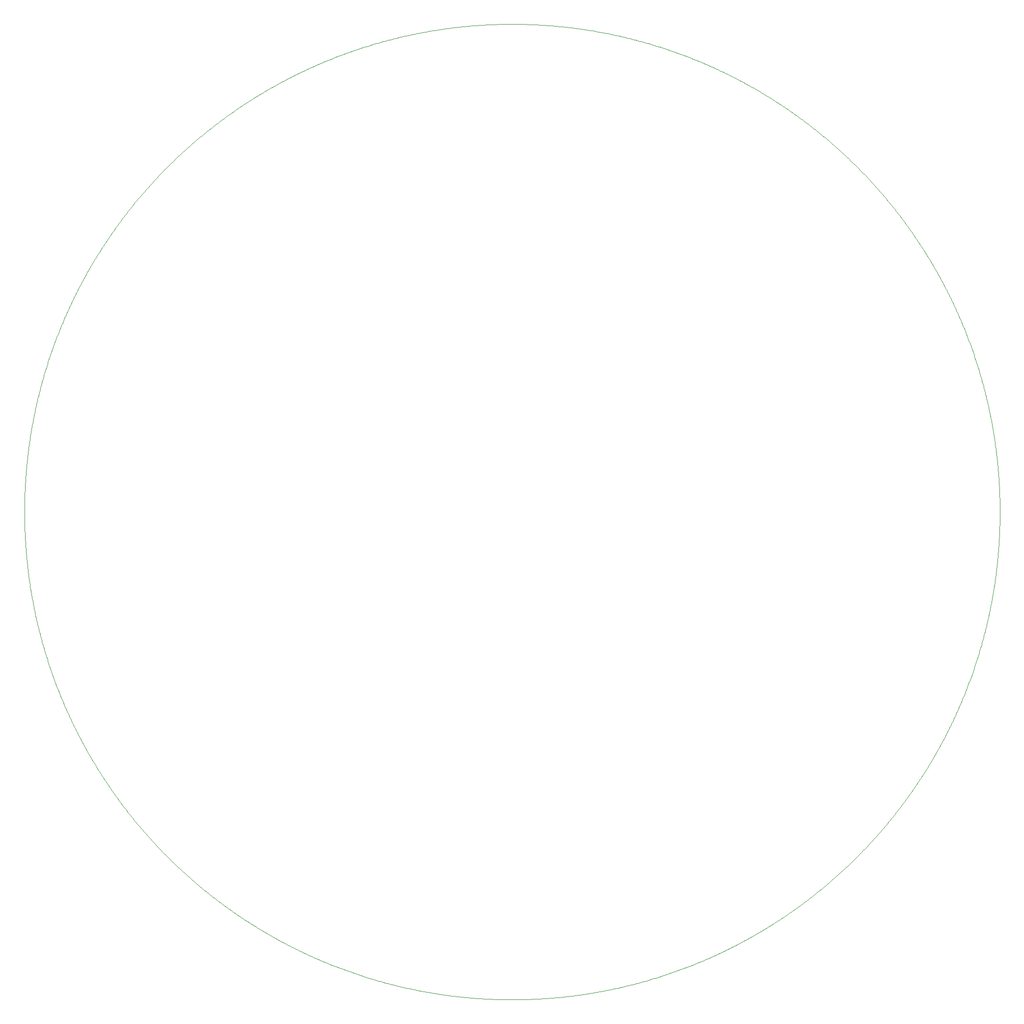
<source format=gm1>
G04*
G04 #@! TF.GenerationSoftware,Altium Limited,Altium Designer,22.9.1 (49)*
G04*
G04 Layer_Color=16711935*
%FSLAX25Y25*%
%MOIN*%
G70*
G04*
G04 #@! TF.SameCoordinates,8A5C06B3-4C5D-48ED-891A-8E98A4BE319D*
G04*
G04*
G04 #@! TF.FilePolarity,Positive*
G04*
G01*
G75*
%ADD55C,0.00050*%
D55*
X1459269Y879091D02*
X1459267Y880091D01*
X1459263Y881091D01*
X1459255Y882091D01*
X1459245Y883091D01*
X1459231Y884091D01*
X1459214Y885091D01*
X1459195Y886091D01*
X1459172Y887090D01*
X1459146Y888090D01*
X1459118Y889089D01*
X1459086Y890089D01*
X1459051Y891088D01*
X1459013Y892088D01*
X1458972Y893087D01*
X1458929Y894086D01*
X1458882Y895084D01*
X1458832Y896083D01*
X1458779Y897082D01*
X1458723Y898080D01*
X1458664Y899078D01*
X1458602Y900076D01*
X1458537Y901074D01*
X1458469Y902072D01*
X1458398Y903069D01*
X1458324Y904067D01*
X1458247Y905064D01*
X1458167Y906060D01*
X1458084Y907057D01*
X1457998Y908053D01*
X1457909Y909049D01*
X1457817Y910045D01*
X1457722Y911040D01*
X1457624Y912035D01*
X1457523Y913030D01*
X1457419Y914025D01*
X1457311Y915019D01*
X1457201Y916013D01*
X1457088Y917006D01*
X1456972Y917999D01*
X1456853Y918992D01*
X1456731Y919985D01*
X1456606Y920977D01*
X1456477Y921968D01*
X1456346Y922960D01*
X1456212Y923951D01*
X1456075Y924941D01*
X1455935Y925931D01*
X1455792Y926921D01*
X1455646Y927910D01*
X1455497Y928899D01*
X1455344Y929887D01*
X1455189Y930875D01*
X1455031Y931863D01*
X1454870Y932849D01*
X1454706Y933836D01*
X1454539Y934822D01*
X1454369Y935807D01*
X1454196Y936792D01*
X1454020Y937776D01*
X1453841Y938760D01*
X1453659Y939743D01*
X1453475Y940726D01*
X1453287Y941708D01*
X1453096Y942690D01*
X1452902Y943671D01*
X1452705Y944651D01*
X1452505Y945631D01*
X1452303Y946610D01*
X1452097Y947589D01*
X1451889Y948567D01*
X1451677Y949544D01*
X1451463Y950521D01*
X1451245Y951497D01*
X1451025Y952472D01*
X1450801Y953447D01*
X1450575Y954421D01*
X1450346Y955394D01*
X1450114Y956367D01*
X1449879Y957339D01*
X1449640Y958310D01*
X1449399Y959280D01*
X1449156Y960250D01*
X1448909Y961219D01*
X1448659Y962187D01*
X1448406Y963155D01*
X1448151Y964122D01*
X1447892Y965088D01*
X1447631Y966053D01*
X1447366Y967017D01*
X1447099Y967981D01*
X1446828Y968943D01*
X1446555Y969905D01*
X1446279Y970866D01*
X1446000Y971827D01*
X1445718Y972786D01*
X1445434Y973745D01*
X1445146Y974702D01*
X1444856Y975659D01*
X1444562Y976615D01*
X1444266Y977570D01*
X1443967Y978524D01*
X1443665Y979478D01*
X1443360Y980430D01*
X1443052Y981381D01*
X1442741Y982332D01*
X1442427Y983281D01*
X1442111Y984230D01*
X1441792Y985177D01*
X1441469Y986124D01*
X1441144Y987070D01*
X1440816Y988014D01*
X1440486Y988958D01*
X1440152Y989900D01*
X1439816Y990842D01*
X1439476Y991783D01*
X1439134Y992722D01*
X1438789Y993661D01*
X1438441Y994598D01*
X1438091Y995535D01*
X1437737Y996470D01*
X1437381Y997404D01*
X1437022Y998338D01*
X1436660Y999270D01*
X1436295Y1000201D01*
X1435927Y1001131D01*
X1435557Y1002060D01*
X1435184Y1002987D01*
X1434808Y1003914D01*
X1434429Y1004839D01*
X1434047Y1005764D01*
X1433663Y1006687D01*
X1433276Y1007609D01*
X1432886Y1008529D01*
X1432493Y1009449D01*
X1432097Y1010367D01*
X1431699Y1011285D01*
X1431298Y1012201D01*
X1430894Y1013115D01*
X1430487Y1014029D01*
X1430078Y1014941D01*
X1429666Y1015852D01*
X1429251Y1016762D01*
X1428833Y1017671D01*
X1428413Y1018578D01*
X1427990Y1019484D01*
X1427564Y1020389D01*
X1427135Y1021292D01*
X1426704Y1022194D01*
X1426270Y1023095D01*
X1425833Y1023995D01*
X1425394Y1024893D01*
X1424951Y1025790D01*
X1424507Y1026685D01*
X1424059Y1027579D01*
X1423609Y1028472D01*
X1423156Y1029364D01*
X1422700Y1030254D01*
X1422241Y1031142D01*
X1421780Y1032030D01*
X1421317Y1032915D01*
X1420850Y1033800D01*
X1420381Y1034683D01*
X1419909Y1035565D01*
X1419435Y1036445D01*
X1418958Y1037324D01*
X1418478Y1038201D01*
X1417995Y1039077D01*
X1417511Y1039951D01*
X1417023Y1040824D01*
X1416532Y1041696D01*
X1416039Y1042566D01*
X1415544Y1043434D01*
X1415046Y1044301D01*
X1414545Y1045167D01*
X1414041Y1046031D01*
X1413535Y1046893D01*
X1413027Y1047754D01*
X1412515Y1048613D01*
X1412001Y1049471D01*
X1411485Y1050327D01*
X1410966Y1051182D01*
X1410444Y1052035D01*
X1409920Y1052887D01*
X1409393Y1053737D01*
X1408864Y1054585D01*
X1408332Y1055432D01*
X1407798Y1056277D01*
X1407261Y1057120D01*
X1406721Y1057962D01*
X1406179Y1058803D01*
X1405634Y1059641D01*
X1405087Y1060478D01*
X1404537Y1061313D01*
X1403985Y1062147D01*
X1403430Y1062979D01*
X1402873Y1063809D01*
X1402313Y1064638D01*
X1401751Y1065465D01*
X1401186Y1066290D01*
X1400619Y1067113D01*
X1400049Y1067935D01*
X1399477Y1068755D01*
X1398902Y1069573D01*
X1398325Y1070390D01*
X1397745Y1071205D01*
X1397163Y1072018D01*
X1396579Y1072829D01*
X1395992Y1073639D01*
X1395402Y1074446D01*
X1394810Y1075252D01*
X1394216Y1076056D01*
X1393619Y1076859D01*
X1393020Y1077659D01*
X1392418Y1078458D01*
X1391814Y1079255D01*
X1391208Y1080050D01*
X1390599Y1080843D01*
X1389988Y1081635D01*
X1389374Y1082424D01*
X1388758Y1083212D01*
X1388140Y1083998D01*
X1387519Y1084782D01*
X1386896Y1085564D01*
X1386270Y1086344D01*
X1385643Y1087122D01*
X1385012Y1087899D01*
X1384380Y1088673D01*
X1383745Y1089446D01*
X1383108Y1090216D01*
X1382468Y1090985D01*
X1381826Y1091752D01*
X1381182Y1092517D01*
X1380536Y1093280D01*
X1379887Y1094040D01*
X1379236Y1094800D01*
X1378582Y1095556D01*
X1377927Y1096311D01*
X1377269Y1097064D01*
X1376608Y1097816D01*
X1375946Y1098565D01*
X1375281Y1099312D01*
X1374614Y1100056D01*
X1373945Y1100799D01*
X1373273Y1101540D01*
X1372600Y1102279D01*
X1371924Y1103016D01*
X1371246Y1103751D01*
X1370565Y1104484D01*
X1369883Y1105215D01*
X1369198Y1105943D01*
X1368511Y1106670D01*
X1367822Y1107394D01*
X1367130Y1108117D01*
X1366436Y1108837D01*
X1365741Y1109555D01*
X1365043Y1110271D01*
X1364343Y1110985D01*
X1363640Y1111697D01*
X1362936Y1112407D01*
X1362230Y1113114D01*
X1361521Y1113820D01*
X1360810Y1114523D01*
X1360097Y1115224D01*
X1359382Y1115924D01*
X1358665Y1116620D01*
X1357946Y1117315D01*
X1357224Y1118007D01*
X1356501Y1118698D01*
X1355775Y1119386D01*
X1355048Y1120072D01*
X1354318Y1120756D01*
X1353586Y1121437D01*
X1352853Y1122116D01*
X1352117Y1122793D01*
X1351379Y1123468D01*
X1350639Y1124141D01*
X1349897Y1124811D01*
X1349153Y1125480D01*
X1348407Y1126145D01*
X1347659Y1126809D01*
X1346909Y1127470D01*
X1346157Y1128129D01*
X1345403Y1128786D01*
X1344647Y1129441D01*
X1343889Y1130093D01*
X1343129Y1130743D01*
X1342367Y1131391D01*
X1341603Y1132036D01*
X1340837Y1132679D01*
X1340070Y1133320D01*
X1339300Y1133958D01*
X1338528Y1134594D01*
X1337755Y1135228D01*
X1336979Y1135859D01*
X1336202Y1136488D01*
X1335423Y1137115D01*
X1334642Y1137739D01*
X1333859Y1138361D01*
X1333074Y1138981D01*
X1332287Y1139598D01*
X1331498Y1140213D01*
X1330708Y1140825D01*
X1329916Y1141435D01*
X1329121Y1142043D01*
X1328325Y1142648D01*
X1327528Y1143251D01*
X1326728Y1143851D01*
X1325926Y1144449D01*
X1325123Y1145045D01*
X1324318Y1145638D01*
X1323511Y1146229D01*
X1322703Y1146817D01*
X1321892Y1147403D01*
X1321080Y1147986D01*
X1320266Y1148567D01*
X1319450Y1149145D01*
X1318633Y1149721D01*
X1317814Y1150295D01*
X1316993Y1150866D01*
X1316170Y1151434D01*
X1315346Y1152000D01*
X1314520Y1152564D01*
X1313692Y1153125D01*
X1312863Y1153683D01*
X1312032Y1154239D01*
X1311199Y1154793D01*
X1310365Y1155344D01*
X1309528Y1155892D01*
X1308691Y1156438D01*
X1307851Y1156982D01*
X1307010Y1157522D01*
X1306167Y1158061D01*
X1305323Y1158597D01*
X1304477Y1159130D01*
X1303629Y1159660D01*
X1302780Y1160188D01*
X1301930Y1160714D01*
X1301077Y1161237D01*
X1300223Y1161757D01*
X1299368Y1162275D01*
X1298511Y1162790D01*
X1297652Y1163303D01*
X1296792Y1163813D01*
X1295930Y1164320D01*
X1295067Y1164825D01*
X1294203Y1165327D01*
X1293336Y1165827D01*
X1292469Y1166323D01*
X1291599Y1166818D01*
X1290729Y1167309D01*
X1289856Y1167799D01*
X1288983Y1168285D01*
X1288107Y1168769D01*
X1287231Y1169250D01*
X1286353Y1169728D01*
X1285473Y1170204D01*
X1284592Y1170677D01*
X1283710Y1171148D01*
X1282826Y1171615D01*
X1281941Y1172080D01*
X1281054Y1172543D01*
X1280166Y1173003D01*
X1279277Y1173460D01*
X1278386Y1173914D01*
X1277494Y1174366D01*
X1276601Y1174815D01*
X1275706Y1175261D01*
X1274809Y1175705D01*
X1273912Y1176145D01*
X1273013Y1176583D01*
X1272113Y1177019D01*
X1271212Y1177452D01*
X1270309Y1177882D01*
X1269405Y1178309D01*
X1268499Y1178733D01*
X1267593Y1179155D01*
X1266685Y1179574D01*
X1265776Y1179990D01*
X1264865Y1180404D01*
X1263953Y1180815D01*
X1263041Y1181223D01*
X1262126Y1181628D01*
X1261211Y1182030D01*
X1260295Y1182430D01*
X1259377Y1182827D01*
X1258458Y1183221D01*
X1257538Y1183613D01*
X1256616Y1184001D01*
X1255694Y1184387D01*
X1254770Y1184770D01*
X1253845Y1185150D01*
X1252919Y1185528D01*
X1251992Y1185902D01*
X1251064Y1186274D01*
X1250134Y1186643D01*
X1249204Y1187009D01*
X1248273Y1187372D01*
X1247340Y1187733D01*
X1246406Y1188091D01*
X1245471Y1188446D01*
X1244535Y1188798D01*
X1243598Y1189147D01*
X1242660Y1189493D01*
X1241721Y1189837D01*
X1240781Y1190178D01*
X1239840Y1190516D01*
X1238898Y1190851D01*
X1237955Y1191183D01*
X1237011Y1191512D01*
X1236065Y1191839D01*
X1235119Y1192162D01*
X1234172Y1192483D01*
X1233224Y1192801D01*
X1232275Y1193116D01*
X1231325Y1193428D01*
X1230374Y1193738D01*
X1229422Y1194044D01*
X1228470Y1194347D01*
X1227516Y1194648D01*
X1226562Y1194946D01*
X1225606Y1195241D01*
X1224650Y1195533D01*
X1223692Y1195822D01*
X1222734Y1196108D01*
X1221775Y1196391D01*
X1220816Y1196672D01*
X1219855Y1196949D01*
X1218893Y1197224D01*
X1217931Y1197495D01*
X1216968Y1197764D01*
X1216004Y1198030D01*
X1215039Y1198293D01*
X1214074Y1198553D01*
X1213107Y1198810D01*
X1212140Y1199064D01*
X1211172Y1199315D01*
X1210204Y1199564D01*
X1209235Y1199809D01*
X1208264Y1200052D01*
X1207294Y1200291D01*
X1206322Y1200528D01*
X1205350Y1200762D01*
X1204377Y1200992D01*
X1203403Y1201220D01*
X1202429Y1201445D01*
X1201454Y1201667D01*
X1200478Y1201886D01*
X1199502Y1202102D01*
X1198525Y1202315D01*
X1197547Y1202525D01*
X1196569Y1202732D01*
X1195590Y1202936D01*
X1194611Y1203137D01*
X1193631Y1203335D01*
X1192650Y1203531D01*
X1191669Y1203723D01*
X1190687Y1203912D01*
X1189704Y1204099D01*
X1188721Y1204282D01*
X1187738Y1204462D01*
X1186754Y1204640D01*
X1185769Y1204814D01*
X1184784Y1204986D01*
X1183798Y1205154D01*
X1182812Y1205320D01*
X1181826Y1205482D01*
X1180838Y1205642D01*
X1179851Y1205799D01*
X1178863Y1205952D01*
X1177874Y1206103D01*
X1176885Y1206250D01*
X1175896Y1206395D01*
X1174906Y1206537D01*
X1173916Y1206675D01*
X1172925Y1206811D01*
X1171934Y1206944D01*
X1170942Y1207073D01*
X1169950Y1207200D01*
X1168958Y1207323D01*
X1167966Y1207444D01*
X1166973Y1207562D01*
X1165979Y1207676D01*
X1164986Y1207788D01*
X1163992Y1207897D01*
X1162997Y1208002D01*
X1162003Y1208105D01*
X1161008Y1208204D01*
X1160012Y1208301D01*
X1159017Y1208395D01*
X1158021Y1208485D01*
X1157025Y1208573D01*
X1156028Y1208657D01*
X1155032Y1208739D01*
X1154035Y1208817D01*
X1153038Y1208893D01*
X1152041Y1208966D01*
X1151043Y1209035D01*
X1150045Y1209101D01*
X1149047Y1209165D01*
X1148049Y1209225D01*
X1147051Y1209283D01*
X1146053Y1209337D01*
X1145054Y1209389D01*
X1144055Y1209437D01*
X1143056Y1209482D01*
X1142057Y1209525D01*
X1141058Y1209564D01*
X1140059Y1209600D01*
X1139060Y1209634D01*
X1138060Y1209664D01*
X1137061Y1209691D01*
X1136061Y1209715D01*
X1135061Y1209736D01*
X1134061Y1209754D01*
X1133062Y1209770D01*
X1132062Y1209782D01*
X1131062Y1209791D01*
X1130062Y1209797D01*
X1129062Y1209800D01*
X1128062D01*
X1127062Y1209797D01*
X1126062Y1209791D01*
X1125062Y1209782D01*
X1124062Y1209770D01*
X1123063Y1209754D01*
X1122063Y1209736D01*
X1121063Y1209715D01*
X1120063Y1209691D01*
X1119064Y1209664D01*
X1118064Y1209634D01*
X1117065Y1209600D01*
X1116066Y1209564D01*
X1115067Y1209525D01*
X1114067Y1209482D01*
X1113069Y1209437D01*
X1112070Y1209389D01*
X1111071Y1209337D01*
X1110073Y1209283D01*
X1109074Y1209226D01*
X1108076Y1209165D01*
X1107078Y1209102D01*
X1106081Y1209035D01*
X1105083Y1208966D01*
X1104086Y1208893D01*
X1103089Y1208818D01*
X1102092Y1208739D01*
X1101095Y1208658D01*
X1100099Y1208573D01*
X1099103Y1208486D01*
X1098107Y1208395D01*
X1097112Y1208302D01*
X1096116Y1208205D01*
X1095121Y1208105D01*
X1094127Y1208003D01*
X1093132Y1207897D01*
X1092138Y1207788D01*
X1091145Y1207677D01*
X1090151Y1207562D01*
X1089158Y1207445D01*
X1088166Y1207324D01*
X1087173Y1207200D01*
X1086181Y1207074D01*
X1085190Y1206944D01*
X1084199Y1206811D01*
X1083208Y1206676D01*
X1082218Y1206537D01*
X1081228Y1206396D01*
X1080239Y1206251D01*
X1079250Y1206103D01*
X1078261Y1205953D01*
X1077273Y1205799D01*
X1076285Y1205643D01*
X1075298Y1205483D01*
X1074312Y1205320D01*
X1073326Y1205155D01*
X1072340Y1204986D01*
X1071355Y1204815D01*
X1070370Y1204640D01*
X1069386Y1204463D01*
X1068402Y1204283D01*
X1067420Y1204099D01*
X1066437Y1203913D01*
X1065455Y1203724D01*
X1064474Y1203531D01*
X1063493Y1203336D01*
X1062513Y1203138D01*
X1061534Y1202937D01*
X1060555Y1202733D01*
X1059577Y1202526D01*
X1058599Y1202315D01*
X1057622Y1202102D01*
X1056646Y1201886D01*
X1055670Y1201667D01*
X1054695Y1201446D01*
X1053721Y1201221D01*
X1052747Y1200993D01*
X1051774Y1200762D01*
X1050802Y1200529D01*
X1049830Y1200292D01*
X1048859Y1200053D01*
X1047889Y1199810D01*
X1046920Y1199565D01*
X1045951Y1199317D01*
X1044983Y1199065D01*
X1044016Y1198811D01*
X1043050Y1198554D01*
X1042085Y1198294D01*
X1041120Y1198031D01*
X1040156Y1197765D01*
X1039193Y1197497D01*
X1038230Y1197225D01*
X1037269Y1196950D01*
X1036308Y1196673D01*
X1035348Y1196392D01*
X1034389Y1196109D01*
X1033431Y1195823D01*
X1032474Y1195534D01*
X1031518Y1195242D01*
X1030562Y1194947D01*
X1029608Y1194649D01*
X1028654Y1194349D01*
X1027701Y1194045D01*
X1026749Y1193739D01*
X1025798Y1193429D01*
X1024848Y1193117D01*
X1023899Y1192802D01*
X1022951Y1192484D01*
X1022004Y1192164D01*
X1021058Y1191840D01*
X1020113Y1191514D01*
X1019169Y1191184D01*
X1018226Y1190852D01*
X1017284Y1190517D01*
X1016343Y1190179D01*
X1015402Y1189838D01*
X1014463Y1189495D01*
X1013525Y1189148D01*
X1012588Y1188799D01*
X1011652Y1188447D01*
X1010718Y1188092D01*
X1009784Y1187734D01*
X1008851Y1187374D01*
X1007920Y1187010D01*
X1006989Y1186644D01*
X1006060Y1186275D01*
X1005132Y1185903D01*
X1004204Y1185529D01*
X1003278Y1185151D01*
X1002353Y1184771D01*
X1001430Y1184388D01*
X1000507Y1184002D01*
X999586Y1183614D01*
X998666Y1183223D01*
X997747Y1182829D01*
X996829Y1182432D01*
X995912Y1182032D01*
X994997Y1181629D01*
X994083Y1181224D01*
X993170Y1180816D01*
X992258Y1180406D01*
X991348Y1179992D01*
X990439Y1179576D01*
X989531Y1179157D01*
X988624Y1178735D01*
X987719Y1178310D01*
X986815Y1177883D01*
X985912Y1177453D01*
X985011Y1177021D01*
X984110Y1176585D01*
X983212Y1176147D01*
X982314Y1175706D01*
X981418Y1175263D01*
X980523Y1174817D01*
X979629Y1174368D01*
X978737Y1173916D01*
X977847Y1173462D01*
X976957Y1173004D01*
X976069Y1172545D01*
X975183Y1172082D01*
X974297Y1171617D01*
X973414Y1171149D01*
X972531Y1170679D01*
X971650Y1170206D01*
X970771Y1169730D01*
X969893Y1169252D01*
X969016Y1168771D01*
X968141Y1168287D01*
X967267Y1167801D01*
X966395Y1167311D01*
X965524Y1166820D01*
X964655Y1166326D01*
X963787Y1165829D01*
X962921Y1165329D01*
X962057Y1164827D01*
X961193Y1164322D01*
X960332Y1163815D01*
X959472Y1163305D01*
X958613Y1162792D01*
X957756Y1162277D01*
X956901Y1161760D01*
X956047Y1161239D01*
X955194Y1160716D01*
X954344Y1160191D01*
X953494Y1159663D01*
X952647Y1159132D01*
X951801Y1158599D01*
X950957Y1158063D01*
X950114Y1157525D01*
X949273Y1156984D01*
X948433Y1156441D01*
X947596Y1155895D01*
X946760Y1155346D01*
X945925Y1154795D01*
X945092Y1154242D01*
X944261Y1153686D01*
X943432Y1153127D01*
X942604Y1152567D01*
X941778Y1152003D01*
X940954Y1151437D01*
X940131Y1150869D01*
X939310Y1150298D01*
X938491Y1149724D01*
X937674Y1149148D01*
X936858Y1148570D01*
X936044Y1147989D01*
X935232Y1147406D01*
X934421Y1146820D01*
X933613Y1146232D01*
X932806Y1145641D01*
X932001Y1145048D01*
X931198Y1144452D01*
X930396Y1143854D01*
X929597Y1143254D01*
X928799Y1142651D01*
X928003Y1142046D01*
X927209Y1141438D01*
X926416Y1140828D01*
X925626Y1140216D01*
X924837Y1139601D01*
X924050Y1138984D01*
X923265Y1138364D01*
X922482Y1137742D01*
X921701Y1137118D01*
X920922Y1136491D01*
X920145Y1135862D01*
X919369Y1135231D01*
X918596Y1134597D01*
X917824Y1133961D01*
X917054Y1133323D01*
X916287Y1132682D01*
X915521Y1132039D01*
X914757Y1131394D01*
X913995Y1130746D01*
X913235Y1130096D01*
X912477Y1129444D01*
X911721Y1128790D01*
X910967Y1128133D01*
X910215Y1127474D01*
X909465Y1126812D01*
X908717Y1126149D01*
X907971Y1125483D01*
X907227Y1124815D01*
X906485Y1124144D01*
X905745Y1123472D01*
X905007Y1122797D01*
X904271Y1122120D01*
X903537Y1121440D01*
X902805Y1120759D01*
X902076Y1120075D01*
X901348Y1119389D01*
X900622Y1118701D01*
X899899Y1118011D01*
X899178Y1117318D01*
X898458Y1116623D01*
X897741Y1115927D01*
X897026Y1115228D01*
X896313Y1114526D01*
X895602Y1113823D01*
X894894Y1113118D01*
X894187Y1112410D01*
X893483Y1111700D01*
X892780Y1110988D01*
X892080Y1110274D01*
X891382Y1109558D01*
X890687Y1108840D01*
X889993Y1108120D01*
X889301Y1107397D01*
X888612Y1106673D01*
X887925Y1105946D01*
X887240Y1105218D01*
X886558Y1104487D01*
X885877Y1103754D01*
X885199Y1103019D01*
X884523Y1102282D01*
X883849Y1101543D01*
X883178Y1100803D01*
X882508Y1100060D01*
X881841Y1099314D01*
X881177Y1098567D01*
X880514Y1097818D01*
X879854Y1097067D01*
X879196Y1096314D01*
X878540Y1095559D01*
X877887Y1094802D01*
X877236Y1094043D01*
X876587Y1093283D01*
X875940Y1092520D01*
X875296Y1091755D01*
X874654Y1090988D01*
X874015Y1090219D01*
X873378Y1089449D01*
X872743Y1088676D01*
X872110Y1087902D01*
X871480Y1087125D01*
X870852Y1086347D01*
X870226Y1085567D01*
X869603Y1084785D01*
X868983Y1084001D01*
X868364Y1083215D01*
X867748Y1082427D01*
X867134Y1081638D01*
X866523Y1080846D01*
X865914Y1080053D01*
X865308Y1079258D01*
X864704Y1078461D01*
X864102Y1077662D01*
X863503Y1076862D01*
X862906Y1076059D01*
X862312Y1075255D01*
X861720Y1074449D01*
X861130Y1073641D01*
X860543Y1072832D01*
X859959Y1072021D01*
X859377Y1071207D01*
X858797Y1070393D01*
X858220Y1069576D01*
X857645Y1068758D01*
X857073Y1067938D01*
X856503Y1067116D01*
X855936Y1066292D01*
X855371Y1065467D01*
X854809Y1064640D01*
X854249Y1063812D01*
X853691Y1062981D01*
X853137Y1062149D01*
X852584Y1061316D01*
X852035Y1060480D01*
X851488Y1059643D01*
X850943Y1058805D01*
X850401Y1057965D01*
X849861Y1057123D01*
X849324Y1056279D01*
X848790Y1055434D01*
X848258Y1054587D01*
X847728Y1053739D01*
X847201Y1052889D01*
X846677Y1052037D01*
X846155Y1051184D01*
X845636Y1050330D01*
X845120Y1049473D01*
X844606Y1048615D01*
X844095Y1047756D01*
X843586Y1046895D01*
X843080Y1046033D01*
X842577Y1045169D01*
X842076Y1044303D01*
X841577Y1043436D01*
X841082Y1042568D01*
X840589Y1041698D01*
X840098Y1040826D01*
X839611Y1039953D01*
X839126Y1039079D01*
X838643Y1038203D01*
X838163Y1037325D01*
X837686Y1036447D01*
X837212Y1035566D01*
X836740Y1034685D01*
X836271Y1033802D01*
X835804Y1032917D01*
X835340Y1032031D01*
X834879Y1031144D01*
X834421Y1030255D01*
X833965Y1029365D01*
X833512Y1028474D01*
X833062Y1027581D01*
X832614Y1026687D01*
X832169Y1025791D01*
X831727Y1024894D01*
X831287Y1023996D01*
X830851Y1023096D01*
X830417Y1022196D01*
X829985Y1021293D01*
X829557Y1020390D01*
X829131Y1019485D01*
X828708Y1018579D01*
X828287Y1017672D01*
X827870Y1016763D01*
X827455Y1015853D01*
X827042Y1014942D01*
X826633Y1014030D01*
X826227Y1013116D01*
X825823Y1012202D01*
X825422Y1011286D01*
X825023Y1010368D01*
X824628Y1009450D01*
X824235Y1008530D01*
X823845Y1007609D01*
X823458Y1006688D01*
X823073Y1005764D01*
X822692Y1004840D01*
X822313Y1003915D01*
X821937Y1002988D01*
X821564Y1002060D01*
X821193Y1001132D01*
X820825Y1000202D01*
X820461Y999271D01*
X820099Y998338D01*
X819740Y997405D01*
X819383Y996471D01*
X819030Y995535D01*
X818679Y994599D01*
X818331Y993661D01*
X817986Y992723D01*
X817644Y991783D01*
X817305Y990843D01*
X816968Y989901D01*
X816634Y988958D01*
X816304Y988015D01*
X815976Y987070D01*
X815651Y986124D01*
X815329Y985178D01*
X815009Y984230D01*
X814693Y983281D01*
X814379Y982332D01*
X814068Y981381D01*
X813760Y980430D01*
X813455Y979478D01*
X813153Y978524D01*
X812854Y977570D01*
X812558Y976615D01*
X812264Y975659D01*
X811974Y974702D01*
X811686Y973744D01*
X811401Y972786D01*
X811120Y971826D01*
X810841Y970866D01*
X810565Y969905D01*
X810291Y968943D01*
X810021Y967980D01*
X809754Y967017D01*
X809490Y966052D01*
X809228Y965087D01*
X808969Y964121D01*
X808714Y963155D01*
X808461Y962187D01*
X808211Y961219D01*
X807964Y960250D01*
X807720Y959280D01*
X807479Y958309D01*
X807241Y957338D01*
X807006Y956366D01*
X806774Y955394D01*
X806545Y954420D01*
X806318Y953446D01*
X806095Y952472D01*
X805875Y951496D01*
X805657Y950520D01*
X805443Y949543D01*
X805231Y948566D01*
X805023Y947588D01*
X804817Y946609D01*
X804614Y945630D01*
X804415Y944650D01*
X804218Y943670D01*
X804024Y942689D01*
X803833Y941707D01*
X803645Y940725D01*
X803461Y939742D01*
X803279Y938759D01*
X803100Y937775D01*
X802924Y936791D01*
X802751Y935806D01*
X802581Y934820D01*
X802414Y933834D01*
X802250Y932848D01*
X802089Y931861D01*
X801931Y930874D01*
X801775Y929886D01*
X801623Y928898D01*
X801474Y927909D01*
X801328Y926919D01*
X801185Y925930D01*
X801045Y924940D01*
X800908Y923949D01*
X800774Y922958D01*
X800642Y921967D01*
X800514Y920975D01*
X800389Y919983D01*
X800267Y918991D01*
X800148Y917998D01*
X800032Y917004D01*
X799919Y916011D01*
X799809Y915017D01*
X799701Y914023D01*
X799597Y913028D01*
X799496Y912033D01*
X799398Y911038D01*
X799303Y910043D01*
X799211Y909047D01*
X799122Y908051D01*
X799036Y907055D01*
X798953Y906058D01*
X798873Y905062D01*
X798796Y904064D01*
X798722Y903067D01*
X798651Y902070D01*
X798583Y901072D01*
X798518Y900074D01*
X798456Y899076D01*
X798397Y898078D01*
X798341Y897079D01*
X798288Y896081D01*
X798238Y895082D01*
X798191Y894083D01*
X798147Y893084D01*
X798107Y892085D01*
X798069Y891086D01*
X798034Y890086D01*
X798002Y889087D01*
X797974Y888087D01*
X797948Y887088D01*
X797925Y886088D01*
X797906Y885088D01*
X797889Y884088D01*
X797875Y883088D01*
X797865Y882089D01*
X797857Y881089D01*
X797853Y880089D01*
X797851Y879089D01*
X797853Y878089D01*
X797857Y877089D01*
X797865Y876089D01*
X797876Y875089D01*
X797889Y874089D01*
X797906Y873089D01*
X797926Y872089D01*
X797948Y871090D01*
X797974Y870090D01*
X798003Y869090D01*
X798034Y868091D01*
X798069Y867092D01*
X798107Y866092D01*
X798148Y865093D01*
X798192Y864094D01*
X798238Y863095D01*
X798288Y862097D01*
X798341Y861098D01*
X798397Y860100D01*
X798456Y859101D01*
X798518Y858103D01*
X798583Y857105D01*
X798651Y856108D01*
X798722Y855110D01*
X798796Y854113D01*
X798873Y853116D01*
X798953Y852119D01*
X799036Y851123D01*
X799122Y850126D01*
X799211Y849130D01*
X799303Y848135D01*
X799399Y847139D01*
X799497Y846144D01*
X799598Y845149D01*
X799702Y844155D01*
X799809Y843160D01*
X799919Y842167D01*
X800032Y841173D01*
X800148Y840180D01*
X800268Y839187D01*
X800390Y838194D01*
X800515Y837202D01*
X800643Y836211D01*
X800774Y835219D01*
X800908Y834228D01*
X801046Y833238D01*
X801186Y832248D01*
X801329Y831258D01*
X801475Y830269D01*
X801624Y829280D01*
X801776Y828292D01*
X801931Y827304D01*
X802090Y826316D01*
X802251Y825329D01*
X802415Y824343D01*
X802582Y823357D01*
X802752Y822372D01*
X802925Y821387D01*
X803101Y820402D01*
X803280Y819419D01*
X803461Y818435D01*
X803646Y817453D01*
X803834Y816470D01*
X804025Y815489D01*
X804219Y814508D01*
X804416Y813527D01*
X804615Y812547D01*
X804818Y811568D01*
X805024Y810590D01*
X805232Y809612D01*
X805444Y808634D01*
X805659Y807658D01*
X805876Y806682D01*
X806096Y805706D01*
X806320Y804731D01*
X806546Y803757D01*
X806775Y802784D01*
X807008Y801811D01*
X807243Y800839D01*
X807481Y799868D01*
X807722Y798898D01*
X807966Y797928D01*
X808213Y796959D01*
X808462Y795991D01*
X808715Y795023D01*
X808971Y794056D01*
X809229Y793090D01*
X809491Y792125D01*
X809755Y791161D01*
X810023Y790197D01*
X810293Y789234D01*
X810566Y788272D01*
X810842Y787311D01*
X811121Y786351D01*
X811403Y785392D01*
X811688Y784433D01*
X811975Y783475D01*
X812266Y782519D01*
X812560Y781563D01*
X812856Y780608D01*
X813155Y779653D01*
X813457Y778700D01*
X813762Y777748D01*
X814070Y776796D01*
X814381Y775846D01*
X814694Y774896D01*
X815011Y773948D01*
X815330Y773000D01*
X815652Y772054D01*
X815978Y771108D01*
X816306Y770163D01*
X816636Y769220D01*
X816970Y768277D01*
X817307Y767335D01*
X817646Y766395D01*
X817988Y765455D01*
X818333Y764516D01*
X818681Y763579D01*
X819032Y762642D01*
X819385Y761707D01*
X819742Y760773D01*
X820101Y759839D01*
X820463Y758907D01*
X820827Y757976D01*
X821195Y757046D01*
X821566Y756117D01*
X821939Y755190D01*
X822315Y754263D01*
X822694Y753338D01*
X823075Y752413D01*
X823460Y751490D01*
X823847Y750568D01*
X824237Y749648D01*
X824630Y748728D01*
X825025Y747810D01*
X825424Y746892D01*
X825825Y745976D01*
X826229Y745061D01*
X826635Y744148D01*
X827045Y743236D01*
X827457Y742324D01*
X827872Y741415D01*
X828290Y740506D01*
X828710Y739599D01*
X829133Y738693D01*
X829559Y737788D01*
X829988Y736885D01*
X830419Y735982D01*
X830853Y735082D01*
X831290Y734182D01*
X831730Y733284D01*
X832172Y732387D01*
X832617Y731491D01*
X833064Y730597D01*
X833515Y729704D01*
X833968Y728813D01*
X834424Y727923D01*
X834882Y727034D01*
X835343Y726147D01*
X835807Y725261D01*
X836273Y724376D01*
X836743Y723493D01*
X837214Y722612D01*
X837689Y721731D01*
X838166Y720853D01*
X838646Y719975D01*
X839128Y719099D01*
X839613Y718225D01*
X840101Y717352D01*
X840592Y716480D01*
X841084Y715611D01*
X841580Y714742D01*
X842078Y713875D01*
X842579Y713010D01*
X843083Y712146D01*
X843589Y711283D01*
X844098Y710422D01*
X844609Y709563D01*
X845123Y708705D01*
X845639Y707849D01*
X846158Y706994D01*
X846680Y706141D01*
X847204Y705289D01*
X847731Y704439D01*
X848261Y703591D01*
X848792Y702744D01*
X849327Y701899D01*
X849864Y701056D01*
X850404Y700214D01*
X850946Y699373D01*
X851490Y698535D01*
X852038Y697698D01*
X852588Y696863D01*
X853140Y696029D01*
X853695Y695197D01*
X854252Y694367D01*
X854812Y693538D01*
X855374Y692711D01*
X855939Y691886D01*
X856506Y691062D01*
X857076Y690241D01*
X857648Y689421D01*
X858223Y688602D01*
X858800Y687786D01*
X859380Y686971D01*
X859962Y686158D01*
X860547Y685347D01*
X861134Y684537D01*
X861723Y683729D01*
X862315Y682924D01*
X862910Y682119D01*
X863506Y681317D01*
X864106Y680516D01*
X864707Y679718D01*
X865311Y678921D01*
X865918Y678126D01*
X866527Y677332D01*
X867138Y676541D01*
X867752Y675751D01*
X868368Y674964D01*
X868986Y674178D01*
X869607Y673394D01*
X870230Y672612D01*
X870856Y671832D01*
X871483Y671054D01*
X872114Y670277D01*
X872746Y669503D01*
X873381Y668730D01*
X874018Y667959D01*
X874658Y667191D01*
X875300Y666424D01*
X875944Y665659D01*
X876591Y664896D01*
X877239Y664135D01*
X877890Y663376D01*
X878544Y662619D01*
X879200Y661864D01*
X879858Y661111D01*
X880518Y660360D01*
X881180Y659611D01*
X881845Y658864D01*
X882512Y658119D01*
X883181Y657376D01*
X883853Y656636D01*
X884527Y655897D01*
X885203Y655160D01*
X885881Y654425D01*
X886561Y653692D01*
X887244Y652961D01*
X887929Y652233D01*
X888616Y651506D01*
X889305Y650782D01*
X889997Y650059D01*
X890690Y649339D01*
X891386Y648621D01*
X892084Y647905D01*
X892784Y647191D01*
X893487Y646479D01*
X894191Y645769D01*
X894898Y645061D01*
X895606Y644356D01*
X896317Y643653D01*
X897030Y642951D01*
X897745Y642252D01*
X898462Y641556D01*
X899182Y640861D01*
X899903Y640169D01*
X900627Y639478D01*
X901352Y638790D01*
X902080Y638104D01*
X902810Y637420D01*
X903541Y636739D01*
X904275Y636060D01*
X905011Y635383D01*
X905749Y634708D01*
X906489Y634035D01*
X907231Y633365D01*
X907975Y632697D01*
X908721Y632031D01*
X909469Y631367D01*
X910219Y630706D01*
X910971Y630047D01*
X911725Y629390D01*
X912481Y628735D01*
X913239Y628083D01*
X913999Y627433D01*
X914761Y626786D01*
X915525Y626140D01*
X916291Y625497D01*
X917059Y624857D01*
X917828Y624218D01*
X918600Y623582D01*
X919374Y622949D01*
X920149Y622317D01*
X920926Y621688D01*
X921706Y621062D01*
X922487Y620437D01*
X923270Y619815D01*
X924055Y619196D01*
X924842Y618578D01*
X925630Y617964D01*
X926421Y617351D01*
X927213Y616741D01*
X928007Y616134D01*
X928803Y615528D01*
X929601Y614926D01*
X930401Y614325D01*
X931202Y613727D01*
X932006Y613132D01*
X932811Y612539D01*
X933618Y611948D01*
X934426Y611360D01*
X935237Y610774D01*
X936049Y610190D01*
X936863Y609610D01*
X937679Y609031D01*
X938496Y608455D01*
X939315Y607882D01*
X940136Y607311D01*
X940959Y606742D01*
X941783Y606176D01*
X942609Y605613D01*
X943437Y605052D01*
X944267Y604493D01*
X945098Y603937D01*
X945931Y603384D01*
X946765Y602833D01*
X947601Y602284D01*
X948439Y601739D01*
X949279Y601195D01*
X950120Y600654D01*
X950963Y600116D01*
X951807Y599580D01*
X952653Y599047D01*
X953500Y598517D01*
X954350Y597988D01*
X955200Y597463D01*
X956053Y596940D01*
X956907Y596420D01*
X957762Y595902D01*
X958619Y595387D01*
X959478Y594874D01*
X960338Y594364D01*
X961200Y593857D01*
X962063Y593352D01*
X962928Y592850D01*
X963794Y592350D01*
X964662Y591854D01*
X965531Y591359D01*
X966402Y590868D01*
X967274Y590379D01*
X968148Y589892D01*
X969023Y589409D01*
X969900Y588928D01*
X970778Y588449D01*
X971657Y587973D01*
X972538Y587500D01*
X973421Y587030D01*
X974305Y586562D01*
X975190Y586097D01*
X976077Y585635D01*
X976965Y585175D01*
X977854Y584718D01*
X978745Y584263D01*
X979637Y583812D01*
X980530Y583363D01*
X981425Y582916D01*
X982322Y582473D01*
X983219Y582032D01*
X984118Y581594D01*
X985018Y581159D01*
X985920Y580726D01*
X986823Y580296D01*
X987727Y579869D01*
X988632Y579444D01*
X989539Y579023D01*
X990447Y578604D01*
X991356Y578187D01*
X992267Y577774D01*
X993178Y577363D01*
X994091Y576955D01*
X995006Y576550D01*
X995921Y576148D01*
X996838Y575748D01*
X997755Y575351D01*
X998674Y574957D01*
X999595Y574565D01*
X1000516Y574177D01*
X1001439Y573791D01*
X1002362Y573408D01*
X1003287Y573028D01*
X1004213Y572650D01*
X1005140Y572276D01*
X1006069Y571904D01*
X1006998Y571535D01*
X1007929Y571169D01*
X1008860Y570806D01*
X1009793Y570445D01*
X1010727Y570087D01*
X1011662Y569733D01*
X1012598Y569380D01*
X1013535Y569031D01*
X1014473Y568685D01*
X1015412Y568341D01*
X1016352Y568001D01*
X1017293Y567663D01*
X1018235Y567328D01*
X1019179Y566995D01*
X1020123Y566666D01*
X1021068Y566340D01*
X1022014Y566016D01*
X1022961Y565695D01*
X1023909Y565378D01*
X1024858Y565063D01*
X1025809Y564750D01*
X1026760Y564441D01*
X1027711Y564135D01*
X1028664Y563831D01*
X1029618Y563531D01*
X1030573Y563233D01*
X1031528Y562938D01*
X1032485Y562646D01*
X1033442Y562357D01*
X1034400Y562071D01*
X1035359Y561788D01*
X1036319Y561507D01*
X1037280Y561230D01*
X1038241Y560955D01*
X1039203Y560684D01*
X1040167Y560415D01*
X1041131Y560149D01*
X1042095Y559886D01*
X1043061Y559626D01*
X1044028Y559369D01*
X1044995Y559115D01*
X1045963Y558864D01*
X1046931Y558615D01*
X1047901Y558370D01*
X1048871Y558128D01*
X1049842Y557888D01*
X1050813Y557652D01*
X1051785Y557418D01*
X1052759Y557187D01*
X1053732Y556959D01*
X1054707Y556735D01*
X1055682Y556513D01*
X1056657Y556294D01*
X1057634Y556078D01*
X1058611Y555865D01*
X1059589Y555655D01*
X1060567Y555448D01*
X1061546Y555244D01*
X1062525Y555043D01*
X1063505Y554845D01*
X1064486Y554649D01*
X1065467Y554457D01*
X1066449Y554268D01*
X1067432Y554081D01*
X1068415Y553898D01*
X1069398Y553718D01*
X1070383Y553540D01*
X1071367Y553366D01*
X1072352Y553194D01*
X1073338Y553026D01*
X1074324Y552860D01*
X1075311Y552698D01*
X1076298Y552538D01*
X1077286Y552382D01*
X1078274Y552228D01*
X1079263Y552078D01*
X1080252Y551930D01*
X1081241Y551786D01*
X1082231Y551644D01*
X1083221Y551506D01*
X1084212Y551370D01*
X1085203Y551237D01*
X1086195Y551108D01*
X1087187Y550981D01*
X1088179Y550857D01*
X1089172Y550737D01*
X1090165Y550619D01*
X1091158Y550505D01*
X1092152Y550393D01*
X1093146Y550284D01*
X1094140Y550179D01*
X1095135Y550076D01*
X1096130Y549977D01*
X1097125Y549880D01*
X1098121Y549787D01*
X1099117Y549696D01*
X1100113Y549609D01*
X1101109Y549524D01*
X1102106Y549443D01*
X1103103Y549364D01*
X1104100Y549289D01*
X1105097Y549216D01*
X1106095Y549147D01*
X1107093Y549080D01*
X1108091Y549017D01*
X1109089Y548957D01*
X1110087Y548899D01*
X1111086Y548845D01*
X1112084Y548794D01*
X1113083Y548745D01*
X1114082Y548700D01*
X1115081Y548658D01*
X1116080Y548618D01*
X1117080Y548582D01*
X1118079Y548549D01*
X1119079Y548519D01*
X1120078Y548492D01*
X1121078Y548467D01*
X1122078Y548446D01*
X1123077Y548428D01*
X1124077Y548413D01*
X1125077Y548401D01*
X1126077Y548392D01*
X1127077Y548386D01*
X1128077Y548383D01*
X1129077Y548383D01*
X1130077Y548386D01*
X1131077Y548392D01*
X1132077Y548402D01*
X1133077Y548414D01*
X1134077Y548429D01*
X1135077Y548447D01*
X1136076Y548468D01*
X1137076Y548492D01*
X1138076Y548520D01*
X1139075Y548550D01*
X1140075Y548583D01*
X1141074Y548620D01*
X1142073Y548659D01*
X1143072Y548701D01*
X1144071Y548747D01*
X1145070Y548795D01*
X1146069Y548847D01*
X1147067Y548901D01*
X1148065Y548959D01*
X1149064Y549019D01*
X1150062Y549083D01*
X1151059Y549149D01*
X1152057Y549219D01*
X1153054Y549291D01*
X1154051Y549367D01*
X1155048Y549445D01*
X1156045Y549527D01*
X1157041Y549612D01*
X1158037Y549699D01*
X1159033Y549790D01*
X1160029Y549884D01*
X1161024Y549980D01*
X1162019Y550080D01*
X1163014Y550182D01*
X1164008Y550288D01*
X1165002Y550397D01*
X1165996Y550509D01*
X1166990Y550623D01*
X1167982Y550741D01*
X1168975Y550862D01*
X1169967Y550985D01*
X1170959Y551112D01*
X1171951Y551242D01*
X1172942Y551374D01*
X1173933Y551510D01*
X1174923Y551649D01*
X1175913Y551791D01*
X1176902Y551935D01*
X1177892Y552083D01*
X1178880Y552234D01*
X1179868Y552387D01*
X1180856Y552544D01*
X1181843Y552704D01*
X1182830Y552866D01*
X1183816Y553032D01*
X1184801Y553200D01*
X1185787Y553372D01*
X1186771Y553546D01*
X1187755Y553724D01*
X1188739Y553904D01*
X1189722Y554088D01*
X1190704Y554274D01*
X1191686Y554464D01*
X1192667Y554656D01*
X1193648Y554851D01*
X1194628Y555050D01*
X1195608Y555251D01*
X1196587Y555455D01*
X1197565Y555662D01*
X1198543Y555872D01*
X1199520Y556085D01*
X1200496Y556301D01*
X1201472Y556521D01*
X1202447Y556742D01*
X1203421Y556967D01*
X1204395Y557195D01*
X1205368Y557426D01*
X1206340Y557660D01*
X1207312Y557896D01*
X1208283Y558136D01*
X1209253Y558378D01*
X1210222Y558624D01*
X1211191Y558872D01*
X1212159Y559124D01*
X1213126Y559378D01*
X1214092Y559635D01*
X1215058Y559895D01*
X1216022Y560158D01*
X1216986Y560424D01*
X1217950Y560693D01*
X1218912Y560965D01*
X1219874Y561239D01*
X1220834Y561517D01*
X1221794Y561797D01*
X1222753Y562081D01*
X1223711Y562367D01*
X1224668Y562656D01*
X1225625Y562948D01*
X1226580Y563243D01*
X1227535Y563541D01*
X1228489Y563842D01*
X1229441Y564145D01*
X1230393Y564452D01*
X1231344Y564761D01*
X1232294Y565073D01*
X1233243Y565388D01*
X1234191Y565706D01*
X1235138Y566027D01*
X1236084Y566351D01*
X1237030Y566678D01*
X1237974Y567007D01*
X1238917Y567339D01*
X1239859Y567674D01*
X1240800Y568012D01*
X1241740Y568353D01*
X1242679Y568697D01*
X1243618Y569043D01*
X1244555Y569392D01*
X1245490Y569745D01*
X1246425Y570100D01*
X1247359Y570457D01*
X1248292Y570818D01*
X1249223Y571181D01*
X1250154Y571548D01*
X1251083Y571917D01*
X1252011Y572289D01*
X1252939Y572663D01*
X1253865Y573041D01*
X1254789Y573421D01*
X1255713Y573804D01*
X1256636Y574190D01*
X1257557Y574579D01*
X1258477Y574970D01*
X1259396Y575364D01*
X1260314Y575762D01*
X1261230Y576161D01*
X1262146Y576564D01*
X1263060Y576969D01*
X1263973Y577377D01*
X1264885Y577788D01*
X1265795Y578202D01*
X1266704Y578618D01*
X1267612Y579037D01*
X1268519Y579459D01*
X1269424Y579883D01*
X1270328Y580311D01*
X1271231Y580741D01*
X1272133Y581174D01*
X1273033Y581609D01*
X1273932Y582047D01*
X1274829Y582488D01*
X1275725Y582932D01*
X1276620Y583378D01*
X1277514Y583827D01*
X1278406Y584279D01*
X1279297Y584733D01*
X1280186Y585190D01*
X1281074Y585650D01*
X1281960Y586113D01*
X1282846Y586578D01*
X1283729Y587046D01*
X1284612Y587516D01*
X1285493Y587990D01*
X1286372Y588465D01*
X1287250Y588944D01*
X1288127Y589425D01*
X1289002Y589909D01*
X1289876Y590395D01*
X1290748Y590884D01*
X1291619Y591376D01*
X1292488Y591871D01*
X1293356Y592368D01*
X1294222Y592867D01*
X1295087Y593369D01*
X1295950Y593874D01*
X1296811Y594382D01*
X1297672Y594892D01*
X1298530Y595404D01*
X1299387Y595920D01*
X1300243Y596438D01*
X1301097Y596958D01*
X1301949Y597481D01*
X1302800Y598006D01*
X1303649Y598535D01*
X1304496Y599065D01*
X1305342Y599599D01*
X1306186Y600135D01*
X1307029Y600673D01*
X1307870Y601214D01*
X1308710Y601757D01*
X1309547Y602303D01*
X1310384Y602852D01*
X1311218Y603403D01*
X1312051Y603956D01*
X1312882Y604512D01*
X1313711Y605071D01*
X1314539Y605632D01*
X1315365Y606196D01*
X1316189Y606762D01*
X1317012Y607330D01*
X1317833Y607901D01*
X1318652Y608475D01*
X1319469Y609051D01*
X1320285Y609630D01*
X1321099Y610211D01*
X1321911Y610794D01*
X1322721Y611380D01*
X1323530Y611968D01*
X1324337Y612559D01*
X1325142Y613152D01*
X1325945Y613748D01*
X1326747Y614346D01*
X1327546Y614946D01*
X1328344Y615549D01*
X1329140Y616154D01*
X1329934Y616762D01*
X1330726Y617372D01*
X1331517Y617985D01*
X1332306Y618600D01*
X1333092Y619217D01*
X1333877Y619837D01*
X1334660Y620459D01*
X1335441Y621083D01*
X1336220Y621710D01*
X1336998Y622339D01*
X1337773Y622970D01*
X1338546Y623604D01*
X1339318Y624240D01*
X1340088Y624879D01*
X1340856Y625519D01*
X1341621Y626162D01*
X1342385Y626808D01*
X1343147Y627456D01*
X1343907Y628105D01*
X1344665Y628758D01*
X1345421Y629412D01*
X1346175Y630069D01*
X1346927Y630728D01*
X1347677Y631390D01*
X1348425Y632054D01*
X1349171Y632720D01*
X1349915Y633388D01*
X1350657Y634058D01*
X1351396Y634731D01*
X1352134Y635406D01*
X1352870Y636083D01*
X1353604Y636762D01*
X1354336Y637444D01*
X1355065Y638128D01*
X1355793Y638814D01*
X1356518Y639502D01*
X1357242Y640192D01*
X1357963Y640885D01*
X1358682Y641579D01*
X1359399Y642276D01*
X1360114Y642976D01*
X1360827Y643677D01*
X1361538Y644380D01*
X1362247Y645086D01*
X1362953Y645793D01*
X1363658Y646503D01*
X1364360Y647215D01*
X1365060Y647929D01*
X1365758Y648645D01*
X1366453Y649364D01*
X1367147Y650084D01*
X1367838Y650807D01*
X1368528Y651531D01*
X1369215Y652258D01*
X1369899Y652986D01*
X1370582Y653717D01*
X1371262Y654450D01*
X1371941Y655185D01*
X1372616Y655922D01*
X1373290Y656661D01*
X1373962Y657402D01*
X1374631Y658145D01*
X1375298Y658890D01*
X1375962Y659637D01*
X1376625Y660386D01*
X1377285Y661137D01*
X1377943Y661890D01*
X1378599Y662645D01*
X1379252Y663402D01*
X1379903Y664161D01*
X1380552Y664922D01*
X1381198Y665685D01*
X1381842Y666450D01*
X1382484Y667217D01*
X1383124Y667986D01*
X1383761Y668757D01*
X1384396Y669529D01*
X1385028Y670304D01*
X1385658Y671080D01*
X1386286Y671859D01*
X1386911Y672639D01*
X1387535Y673421D01*
X1388155Y674205D01*
X1388774Y674991D01*
X1389390Y675779D01*
X1390003Y676568D01*
X1390614Y677360D01*
X1391223Y678153D01*
X1391829Y678948D01*
X1392433Y679745D01*
X1393035Y680544D01*
X1393634Y681345D01*
X1394231Y682147D01*
X1394825Y682951D01*
X1395417Y683757D01*
X1396006Y684565D01*
X1396593Y685374D01*
X1397178Y686186D01*
X1397760Y686999D01*
X1398340Y687814D01*
X1398917Y688630D01*
X1399492Y689449D01*
X1400064Y690269D01*
X1400633Y691091D01*
X1401201Y691914D01*
X1401765Y692740D01*
X1402328Y693567D01*
X1402887Y694395D01*
X1403444Y695225D01*
X1403999Y696058D01*
X1404551Y696891D01*
X1405101Y697727D01*
X1405648Y698564D01*
X1406193Y699402D01*
X1406735Y700243D01*
X1407274Y701085D01*
X1407811Y701928D01*
X1408346Y702773D01*
X1408878Y703620D01*
X1409407Y704468D01*
X1409934Y705318D01*
X1410458Y706170D01*
X1410979Y707023D01*
X1411499Y707878D01*
X1412015Y708734D01*
X1412529Y709592D01*
X1413040Y710452D01*
X1413549Y711313D01*
X1414055Y712175D01*
X1414558Y713039D01*
X1415059Y713905D01*
X1415557Y714772D01*
X1416053Y715640D01*
X1416545Y716510D01*
X1417036Y717382D01*
X1417523Y718255D01*
X1418008Y719129D01*
X1418491Y720005D01*
X1418970Y720883D01*
X1419448Y721762D01*
X1419922Y722642D01*
X1420394Y723524D01*
X1420863Y724407D01*
X1421329Y725291D01*
X1421793Y726177D01*
X1422254Y727065D01*
X1422712Y727953D01*
X1423168Y728844D01*
X1423621Y729735D01*
X1424071Y730628D01*
X1424519Y731522D01*
X1424963Y732418D01*
X1425406Y733315D01*
X1425845Y734213D01*
X1426282Y735112D01*
X1426716Y736013D01*
X1427147Y736916D01*
X1427576Y737819D01*
X1428001Y738724D01*
X1428424Y739630D01*
X1428845Y740537D01*
X1429262Y741446D01*
X1429677Y742356D01*
X1430089Y743267D01*
X1430499Y744179D01*
X1430905Y745093D01*
X1431309Y746008D01*
X1431710Y746924D01*
X1432108Y747841D01*
X1432504Y748760D01*
X1432896Y749679D01*
X1433286Y750600D01*
X1433673Y751522D01*
X1434058Y752445D01*
X1434439Y753370D01*
X1434818Y754295D01*
X1435194Y755222D01*
X1435567Y756149D01*
X1435938Y757078D01*
X1436305Y758008D01*
X1436670Y758939D01*
X1437032Y759871D01*
X1437391Y760805D01*
X1437747Y761739D01*
X1438101Y762675D01*
X1438451Y763611D01*
X1438799Y764549D01*
X1439144Y765487D01*
X1439486Y766427D01*
X1439825Y767368D01*
X1440162Y768309D01*
X1440495Y769252D01*
X1440826Y770196D01*
X1441154Y771140D01*
X1441479Y772086D01*
X1441801Y773033D01*
X1442120Y773980D01*
X1442436Y774929D01*
X1442750Y775879D01*
X1443061Y776829D01*
X1443368Y777780D01*
X1443673Y778733D01*
X1443975Y779686D01*
X1444274Y780640D01*
X1444571Y781596D01*
X1444864Y782551D01*
X1445154Y783508D01*
X1445442Y784466D01*
X1445727Y785425D01*
X1446008Y786384D01*
X1446287Y787344D01*
X1446563Y788306D01*
X1446836Y789267D01*
X1447107Y790230D01*
X1447374Y791194D01*
X1447638Y792158D01*
X1447900Y793124D01*
X1448158Y794090D01*
X1448414Y795056D01*
X1448666Y796024D01*
X1448916Y796992D01*
X1449163Y797961D01*
X1449407Y798931D01*
X1449648Y799902D01*
X1449885Y800873D01*
X1450121Y801845D01*
X1450353Y802817D01*
X1450582Y803791D01*
X1450808Y804765D01*
X1451031Y805740D01*
X1451252Y806715D01*
X1451469Y807691D01*
X1451683Y808668D01*
X1451895Y809645D01*
X1452103Y810623D01*
X1452309Y811602D01*
X1452512Y812581D01*
X1452711Y813561D01*
X1452908Y814541D01*
X1453102Y815522D01*
X1453292Y816504D01*
X1453480Y817486D01*
X1453665Y818469D01*
X1453847Y819452D01*
X1454025Y820436D01*
X1454201Y821420D01*
X1454374Y822405D01*
X1454544Y823391D01*
X1454711Y824377D01*
X1454875Y825363D01*
X1455036Y826350D01*
X1455194Y827338D01*
X1455349Y828325D01*
X1455501Y829314D01*
X1455650Y830303D01*
X1455796Y831292D01*
X1455939Y832282D01*
X1456079Y833272D01*
X1456216Y834262D01*
X1456350Y835253D01*
X1456481Y836245D01*
X1456609Y837236D01*
X1456734Y838229D01*
X1456857Y839221D01*
X1456975Y840214D01*
X1457092Y841207D01*
X1457205Y842201D01*
X1457315Y843195D01*
X1457422Y844189D01*
X1457526Y845183D01*
X1457627Y846178D01*
X1457725Y847173D01*
X1457820Y848169D01*
X1457912Y849165D01*
X1458001Y850161D01*
X1458087Y851157D01*
X1458170Y852153D01*
X1458250Y853150D01*
X1458327Y854147D01*
X1458401Y855145D01*
X1458471Y856142D01*
X1458539Y857140D01*
X1458604Y858138D01*
X1458666Y859136D01*
X1458725Y860134D01*
X1458781Y861132D01*
X1458834Y862131D01*
X1458883Y863130D01*
X1458930Y864128D01*
X1458974Y865127D01*
X1459014Y866127D01*
X1459052Y867126D01*
X1459087Y868125D01*
X1459118Y869125D01*
X1459147Y870124D01*
X1459173Y871124D01*
X1459195Y872124D01*
X1459215Y873123D01*
X1459231Y874123D01*
X1459245Y875123D01*
X1459255Y876123D01*
X1459263Y877123D01*
X1459267Y878123D01*
X1459269Y879091D01*
M02*

</source>
